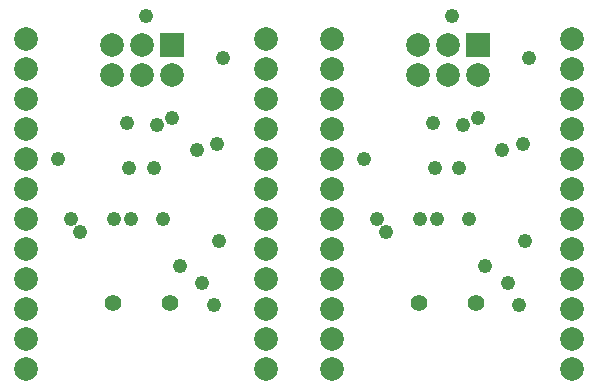
<source format=gbs>
G04 DipTrace 2.2.0.9*
%INISPduino.GBS*%
%MOIN*%
%ADD28C,0.048*%
%ADD29R,0.0789X0.0789*%
%ADD31C,0.0789*%
%ADD35C,0.056*%
%FSLAX44Y44*%
%SFA1B1*%
%OFA0B0*%
G04*
G70*
G90*
G75*
G01*
%LNBotMask*%
%LPD*%
D28*
X9378Y9878D3*
X6628Y9441D3*
X9066Y11566D3*
X9941Y8315D3*
X10691Y7753D3*
X6315Y9878D3*
X11253Y9128D3*
X7753Y9878D3*
X8315D3*
X9191Y13003D3*
X9691Y13253D3*
X11191Y12378D3*
X10503Y12191D3*
X8190Y13066D3*
X8253Y11566D3*
X5878Y11878D3*
X11378Y15254D3*
X8816Y16629D3*
X11066Y7003D3*
X19567Y9878D3*
X16816Y9441D3*
X19254Y11566D3*
X20129Y8315D3*
X20879Y7753D3*
X16504Y9878D3*
X21442Y9128D3*
X17941Y9878D3*
X18504D3*
X19379Y13003D3*
X19879Y13253D3*
X21379Y12378D3*
X20692Y12191D3*
X18379Y13066D3*
X18442Y11566D3*
X16066Y11878D3*
X21567Y15254D3*
X19004Y16629D3*
X21254Y7003D3*
D35*
X9628Y7065D3*
X7728D3*
D31*
X4815Y15879D3*
Y14879D3*
Y13879D3*
Y12879D3*
Y11879D3*
Y10879D3*
Y9879D3*
Y8879D3*
Y7879D3*
Y6879D3*
Y5879D3*
Y4879D3*
X12816Y15879D3*
Y14879D3*
Y13879D3*
Y12879D3*
Y11879D3*
Y10879D3*
Y9879D3*
Y8879D3*
Y7879D3*
Y6879D3*
Y5879D3*
Y4879D3*
D29*
X9691Y15691D3*
D31*
X8691D3*
X7691D3*
Y14691D3*
X8691D3*
X9691D3*
D35*
X19817Y7065D3*
X17917D3*
D31*
X15004Y15879D3*
Y14879D3*
Y13879D3*
Y12879D3*
Y11879D3*
Y10879D3*
Y9879D3*
Y8879D3*
Y7879D3*
Y6879D3*
Y5879D3*
Y4879D3*
X23005Y15879D3*
Y14879D3*
Y13879D3*
Y12879D3*
Y11879D3*
Y10879D3*
Y9879D3*
Y8879D3*
Y7879D3*
Y6879D3*
Y5879D3*
Y4879D3*
D29*
X19879Y15691D3*
D31*
X18879D3*
X17879D3*
Y14691D3*
X18879D3*
X19879D3*
M02*

</source>
